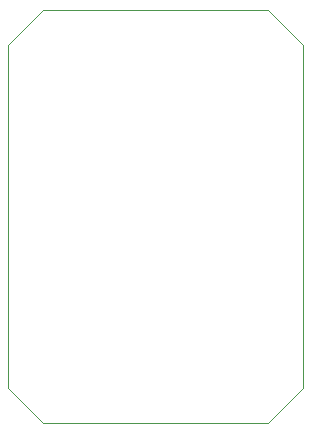
<source format=gm1>
G04 #@! TF.GenerationSoftware,KiCad,Pcbnew,(6.0.5)*
G04 #@! TF.CreationDate,2022-10-09T15:08:16+02:00*
G04 #@! TF.ProjectId,Omamori,4f6d616d-6f72-4692-9e6b-696361645f70,rev?*
G04 #@! TF.SameCoordinates,Original*
G04 #@! TF.FileFunction,Profile,NP*
%FSLAX46Y46*%
G04 Gerber Fmt 4.6, Leading zero omitted, Abs format (unit mm)*
G04 Created by KiCad (PCBNEW (6.0.5)) date 2022-10-09 15:08:16*
%MOMM*%
%LPD*%
G01*
G04 APERTURE LIST*
G04 #@! TA.AperFunction,Profile*
%ADD10C,0.050000*%
G04 #@! TD*
G04 APERTURE END LIST*
D10*
X12500000Y-44500000D02*
X12500000Y-15500000D01*
X34500000Y-47500000D02*
X15500000Y-47500000D01*
X37500000Y-15500000D02*
X37500000Y-44500000D01*
X37500000Y-44500000D02*
X34500000Y-47500000D01*
X12500000Y-15500000D02*
X15500000Y-12500000D01*
X15500000Y-12500000D02*
X34500000Y-12500000D01*
X15500000Y-47500000D02*
X12500000Y-44500000D01*
X34500000Y-12500000D02*
X37500000Y-15500000D01*
M02*

</source>
